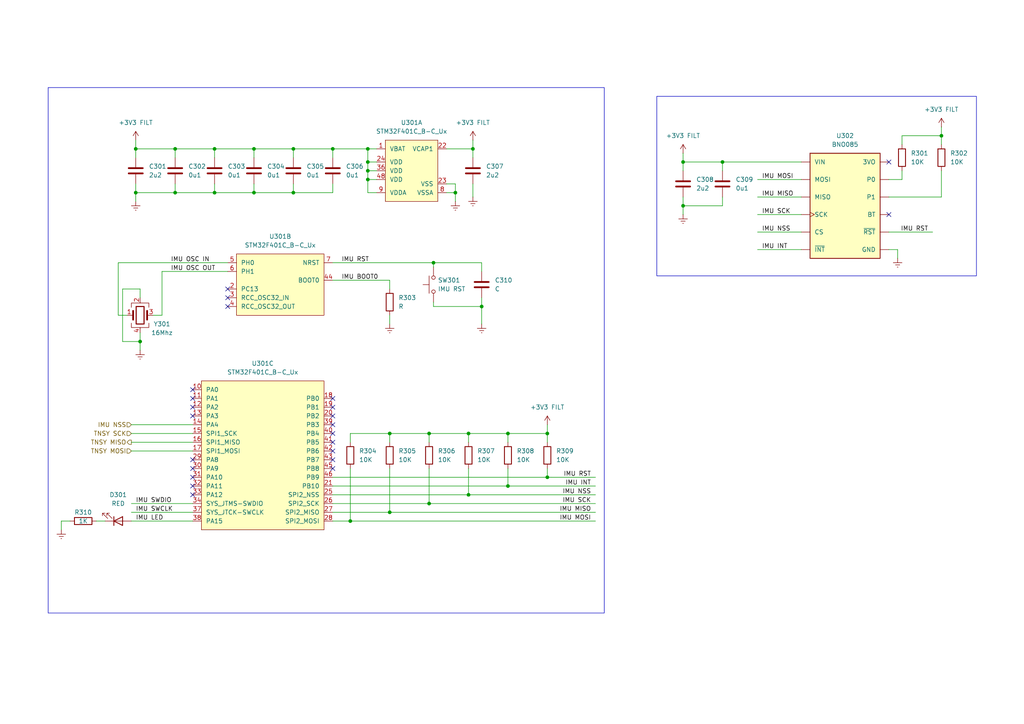
<source format=kicad_sch>
(kicad_sch (version 20231120) (generator "eeschema") (generator_version "8.0")
  (paper "A4")
  (lib_symbols
    (symbol "Device:C" (pin_numbers hide) (pin_names (offset 0.254))
      (property "Reference" "C" (at 0.635 2.54 0))
      (property "Value" "C" (at 0.635 -2.54 0))
      (symbol "C_0_1"
        (polyline (pts (xy -2.032 -0.762) (xy 2.032 -0.762)) (stroke (width 0.508)))
        (polyline (pts (xy -2.032 0.762) (xy 2.032 0.762)) (stroke (width 0.508)))
      )
      (symbol "C_1_1"
        (pin passive line (at 0 3.81 270) (length 2.794) (name "~") (number "1"))
        (pin passive line (at 0 -3.81 90) (length 2.794) (name "~") (number "2"))
      )
    )
    (symbol "Device:Crystal_GND24" (pin_names (offset 1.016) hide)
      (property "Reference" "Y" (at 3.175 5.08 0))
      (property "Value" "Crystal_GND24" (at 3.175 3.175 0))
      (symbol "Crystal_GND24_0_1"
        (rectangle (start -1.143 2.54) (end 1.143 -2.54) (stroke (width 0.3048)))
        (polyline (pts (xy -2.54 0) (xy -2.032 0)))
        (polyline (pts (xy -2.032 -1.27) (xy -2.032 1.27)) (stroke (width 0.508)))
        (polyline (pts (xy 0 -3.81) (xy 0 -3.556)))
        (polyline (pts (xy 0 3.556) (xy 0 3.81)))
        (polyline (pts (xy 2.032 -1.27) (xy 2.032 1.27)) (stroke (width 0.508)))
        (polyline (pts (xy 2.032 0) (xy 2.54 0)))
        (polyline (pts (xy -2.54 -2.286) (xy -2.54 -3.556) (xy 2.54 -3.556) (xy 2.54 -2.286)))
        (polyline (pts (xy -2.54 2.286) (xy -2.54 3.556) (xy 2.54 3.556) (xy 2.54 2.286)))
      )
      (symbol "Crystal_GND24_1_1"
        (pin passive line (at -3.81 0 0) (length 1.27) (name "1") (number "1"))
        (pin passive line (at 0 5.08 270) (length 1.27) (name "2") (number "2"))
        (pin passive line (at 3.81 0 180) (length 1.27) (name "3") (number "3"))
        (pin passive line (at 0 -5.08 90) (length 1.27) (name "4") (number "4"))
      )
    )
    (symbol "Device:LED" (pin_numbers hide) (pin_names (offset 1.016) hide)
      (property "Reference" "D" (at 0 2.54 0))
      (property "Value" "LED" (at 0 -2.54 0))
      (symbol "LED_0_1"
        (polyline (pts (xy -1.27 -1.27) (xy -1.27 1.27)) (stroke (width 0.254)))
        (polyline (pts (xy -1.27 0) (xy 1.27 0)))
        (polyline (pts (xy 1.27 -1.27) (xy 1.27 1.27) (xy -1.27 0) (xy 1.27 -1.27)) (stroke (width 0.254)))
        (polyline (pts (xy -3.048 -0.762) (xy -4.572 -2.286) (xy -3.81 -2.286) (xy -4.572 -2.286) (xy -4.572 -1.524)))
        (polyline (pts (xy -1.778 -0.762) (xy -3.302 -2.286) (xy -2.54 -2.286) (xy -3.302 -2.286) (xy -3.302 -1.524)))
      )
      (symbol "LED_1_1"
        (pin passive line (at -3.81 0 0) (length 2.54) (name "K") (number "1"))
        (pin passive line (at 3.81 0 180) (length 2.54) (name "A") (number "2"))
      )
    )
    (symbol "Device:R" (pin_numbers hide) (pin_names (offset 0))
      (property "Reference" "R" (at 2.032 0 90))
      (property "Value" "R" (at 0 0 90))
      (symbol "R_0_1"
        (rectangle (start -1.016 -2.54) (end 1.016 2.54) (stroke (width 0.254)))
      )
      (symbol "R_1_1"
        (pin passive line (at 0 3.81 270) (length 1.27) (name "~") (number "1"))
        (pin passive line (at 0 -3.81 90) (length 1.27) (name "~") (number "2"))
      )
    )
    (symbol "STM32F401C_B-C_Ux_1" (pin_names (offset 1.27))
      (property "Reference" "U" (at -7.874 2.794 0))
      (property "Value" "STM32F401C_B-C_Ux" (at -7.874 1.016 0))
      (symbol "STM32F401C_B-C_Ux_1_1_1"
        (rectangle (start -7.62 0) (end 7.62 -12.7) (fill (type background)))
        (pin power_in line (at -10.16 -2.54 0) (length 2.54) (name "VBAT") (number "1"))
        (pin power_out line (at 10.16 -2.54 180) (length 2.54) (name "VCAP1") (number "22"))
        (pin power_in line (at 10.16 -6.35 180) (length 2.54) (name "VSS") (number "23"))
        (pin power_in line (at -10.16 -6.35 0) (length 2.54) (name "VDD") (number "24"))
        (pin passive line (at 10.16 -6.35 180) (length 2.54) hide (name "VSS") (number "35"))
        (pin power_in line (at -10.16 -6.35 0) (length 2.54) hide (name "VDD") (number "36"))
        (pin passive line (at 10.16 -6.35 180) (length 2.54) hide (name "VSS") (number "47"))
        (pin power_in line (at -10.16 -6.35 0) (length 2.54) hide (name "VDD") (number "48"))
        (pin passive line (at 10.16 -6.35 180) (length 2.54) hide (name "VSS") (number "49"))
        (pin power_in line (at 10.16 -10.16 180) (length 2.54) (name "VERF-") (number "8") (alternate "VSSA" power_in line))
        (pin input line (at -10.16 -10.16 0) (length 2.54) (name "VREF+") (number "9") (alternate "VDDA" power_in line))
      )
      (symbol "STM32F401C_B-C_Ux_1_2_1"
        (rectangle (start -12.7 0) (end 12.7 -17.78) (fill (type background)))
        (pin bidirectional line (at -15.24 -10.16 0) (length 2.54) (name "PC13") (number "2"))
        (pin bidirectional line (at -15.24 -12.7 0) (length 2.54) (name "PC14") (number "3") (alternate "RCC_OSC32_IN" bidirectional line))
        (pin bidirectional line (at -15.24 -15.24 0) (length 2.54) (name "PC15") (number "4") (alternate "RCC_OSC32_OUT" bidirectional line))
        (pin input line (at 15.24 -7.62 180) (length 2.54) (name "BOOT0") (number "44"))
        (pin bidirectional line (at -15.24 -2.54 0) (length 2.54) (name "PH0") (number "5"))
        (pin bidirectional line (at -15.24 -5.08 0) (length 2.54) (name "PH1") (number "6"))
        (pin input line (at 15.24 -2.54 180) (length 2.54) (name "NRST") (number "7"))
      )
      (symbol "STM32F401C_B-C_Ux_1_3_1"
        (rectangle (start -17.78 0) (end 17.78 -43.18) (fill (type background)))
        (pin bidirectional line (at -20.32 -2.54 0) (length 2.54) (name "PA0") (number "10"))
        (pin bidirectional line (at -20.32 -5.08 0) (length 2.54) (name "PA1") (number "11"))
        (pin bidirectional line (at -20.32 -7.62 0) (length 2.54) (name "PA2") (number "12"))
        (pin bidirectional line (at -20.32 -10.16 0) (length 2.54) (name "PA3") (number "13"))
        (pin bidirectional line (at -20.32 -12.7 0) (length 2.54) (name "PA4") (number "14") (alternate "" input line) (alternate "" input line))
        (pin bidirectional line (at -20.32 -15.24 0) (length 2.54) (name "PA5") (number "15") (alternate "SPI1_SCK" bidirectional line))
        (pin bidirectional line (at -20.32 -17.78 0) (length 2.54) (name "PA6") (number "16") (alternate "SPI1_MISO" bidirectional line))
        (pin bidirectional line (at -20.32 -20.32 0) (length 2.54) (name "PA7") (number "17") (alternate "SPI1_MOSI" bidirectional line))
        (pin bidirectional line (at 20.32 -5.08 180) (length 2.54) (name "PB0") (number "18"))
        (pin bidirectional line (at 20.32 -7.62 180) (length 2.54) (name "PB1") (number "19"))
        (pin bidirectional line (at 20.32 -10.16 180) (length 2.54) (name "PB2") (number "20"))
        (pin bidirectional line (at 20.32 -30.48 180) (length 2.54) (name "PB10") (number "21") (alternate "SPI2_SCK" bidirectional line))
        (pin bidirectional line (at 20.32 -33.02 180) (length 2.54) (name "PB12") (number "25") (alternate "SPI2_NSS" bidirectional line))
        (pin bidirectional line (at 20.32 -35.56 180) (length 2.54) (name "PB13") (number "26") (alternate "SPI2_SCK" bidirectional line))
        (pin bidirectional line (at 20.32 -38.1 180) (length 2.54) (name "PB14") (number "27") (alternate "SPI2_MISO" bidirectional line))
        (pin bidirectional line (at 20.32 -40.64 180) (length 2.54) (name "PB15") (number "28") (alternate "SPI2_MOSI" bidirectional line))
        (pin bidirectional line (at -20.32 -22.86 0) (length 2.54) (name "PA8") (number "29"))
        (pin bidirectional line (at -20.32 -25.4 0) (length 2.54) (name "PA9") (number "30"))
        (pin bidirectional line (at -20.32 -27.94 0) (length 2.54) (name "PA10") (number "31"))
        (pin bidirectional line (at -20.32 -30.48 0) (length 2.54) (name "PA11") (number "32"))
        (pin bidirectional line (at -20.32 -33.02 0) (length 2.54) (name "PA12") (number "33"))
        (pin bidirectional line (at -20.32 -35.56 0) (length 2.54) (name "PA13") (number "34") (alternate "SYS_JTMS-SWDIO" bidirectional line))
        (pin bidirectional line (at -20.32 -38.1 0) (length 2.54) (name "PA14") (number "37") (alternate "SYS_JTCK-SWCLK" bidirectional line))
        (pin bidirectional line (at -20.32 -40.64 0) (length 2.54) (name "PA15") (number "38"))
        (pin bidirectional line (at 20.32 -12.7 180) (length 2.54) (name "PB3") (number "39") (alternate "SPI1_SCK" bidirectional line))
        (pin bidirectional line (at 20.32 -15.24 180) (length 2.54) (name "PB4") (number "40") (alternate "" input line) (alternate "" input line) (alternate "SPI1_MISO" bidirectional line))
        (pin bidirectional line (at 20.32 -17.78 180) (length 2.54) (name "PB5") (number "41") (alternate "" input line) (alternate "" input line) (alternate "SPI1_MOSI" bidirectional line))
        (pin bidirectional line (at 20.32 -20.32 180) (length 2.54) (name "PB6") (number "42"))
        (pin bidirectional line (at 20.32 -22.86 180) (length 2.54) (name "PB7") (number "43"))
        (pin bidirectional line (at 20.32 -25.4 180) (length 2.54) (name "PB8") (number "45"))
        (pin bidirectional line (at 20.32 -27.94 180) (length 2.54) (name "PB9") (number "46") (alternate "SPI2_NSS" bidirectional line))
      )
    )
    (symbol "STM32F401C_B-C_Ux_2" (pin_names (offset 1.27))
      (property "Reference" "U" (at -7.874 2.794 0))
      (property "Value" "STM32F401C_B-C_Ux" (at -7.874 1.016 0))
      (symbol "STM32F401C_B-C_Ux_2_1_1"
        (rectangle (start -7.62 0) (end 7.62 -17.78) (fill (type background)))
        (pin power_in line (at -10.16 -2.54 0) (length 2.54) (name "VBAT") (number "1"))
        (pin power_out line (at 10.16 -2.54 180) (length 2.54) (name "VCAP1") (number "22"))
        (pin power_in line (at 10.16 -12.7 180) (length 2.54) (name "VSS") (number "23"))
        (pin power_in line (at -10.16 -6.35 0) (length 2.54) (name "VDD") (number "24"))
        (pin passive line (at 10.16 -12.7 180) (length 2.54) hide (name "VSS") (number "35"))
        (pin power_in line (at -10.16 -8.89 0) (length 2.54) (name "VDD") (number "36"))
        (pin passive line (at 10.16 -12.7 180) (length 2.54) hide (name "VSS") (number "47"))
        (pin power_in line (at -10.16 -11.43 0) (length 2.54) (name "VDD") (number "48"))
        (pin passive line (at 10.16 -12.7 180) (length 2.54) hide (name "VSS") (number "49"))
        (pin power_in line (at 10.16 -15.24 180) (length 2.54) (name "VERF-") (number "8") (alternate "VSSA" power_in line))
        (pin input line (at -10.16 -15.24 0) (length 2.54) (name "VREF+") (number "9") (alternate "VDDA" power_in line))
      )
      (symbol "STM32F401C_B-C_Ux_2_2_1"
        (rectangle (start -12.7 0) (end 12.7 -17.78) (fill (type background)))
        (pin bidirectional line (at -15.24 -10.16 0) (length 2.54) (name "PC13") (number "2"))
        (pin bidirectional line (at -15.24 -12.7 0) (length 2.54) (name "PC14") (number "3") (alternate "RCC_OSC32_IN" bidirectional line))
        (pin bidirectional line (at -15.24 -15.24 0) (length 2.54) (name "PC15") (number "4") (alternate "RCC_OSC32_OUT" bidirectional line))
        (pin input line (at 15.24 -7.62 180) (length 2.54) (name "BOOT0") (number "44"))
        (pin bidirectional line (at -15.24 -2.54 0) (length 2.54) (name "PH0") (number "5"))
        (pin bidirectional line (at -15.24 -5.08 0) (length 2.54) (name "PH1") (number "6"))
        (pin input line (at 15.24 -2.54 180) (length 2.54) (name "NRST") (number "7"))
      )
      (symbol "STM32F401C_B-C_Ux_2_3_1"
        (rectangle (start -17.78 0) (end 17.78 -43.18) (fill (type background)))
        (pin bidirectional line (at -20.32 -2.54 0) (length 2.54) (name "PA0") (number "10"))
        (pin bidirectional line (at -20.32 -5.08 0) (length 2.54) (name "PA1") (number "11"))
        (pin bidirectional line (at -20.32 -7.62 0) (length 2.54) (name "PA2") (number "12"))
        (pin bidirectional line (at -20.32 -10.16 0) (length 2.54) (name "PA3") (number "13"))
        (pin bidirectional line (at -20.32 -12.7 0) (length 2.54) (name "PA4") (number "14"))
        (pin bidirectional line (at -20.32 -15.24 0) (length 2.54) (name "PA5") (number "15") (alternate "SPI1_SCK" bidirectional line))
        (pin bidirectional line (at -20.32 -17.78 0) (length 2.54) (name "PA6") (number "16") (alternate "SPI1_MISO" bidirectional line))
        (pin bidirectional line (at -20.32 -20.32 0) (length 2.54) (name "PA7") (number "17") (alternate "SPI1_MOSI" bidirectional line))
        (pin bidirectional line (at 20.32 -5.08 180) (length 2.54) (name "PB0") (number "18"))
        (pin bidirectional line (at 20.32 -7.62 180) (length 2.54) (name "PB1") (number "19"))
        (pin bidirectional line (at 20.32 -10.16 180) (length 2.54) (name "PB2") (number "20"))
        (pin bidirectional line (at 20.32 -30.48 180) (length 2.54) (name "PB10") (number "21") (alternate "SPI2_SCK" bidirectional line))
        (pin bidirectional line (at 20.32 -33.02 180) (length 2.54) (name "PB12") (number "25") (alternate "SPI2_NSS" bidirectional line))
        (pin bidirectional line (at 20.32 -35.56 180) (length 2.54) (name "PB13") (number "26") (alternate "SPI2_SCK" bidirectional line))
        (pin bidirectional line (at 20.32 -38.1 180) (length 2.54) (name "PB14") (number "27") (alternate "SPI2_MISO" bidirectional line))
        (pin bidirectional line (at 20.32 -40.64 180) (length 2.54) (name "PB15") (number "28") (alternate "SPI2_MOSI" bidirectional line))
        (pin bidirectional line (at -20.32 -22.86 0) (length 2.54) (name "PA8") (number "29"))
        (pin bidirectional line (at -20.32 -25.4 0) (length 2.54) (name "PA9") (number "30"))
        (pin bidirectional line (at -20.32 -27.94 0) (length 2.54) (name "PA10") (number "31"))
        (pin bidirectional line (at -20.32 -30.48 0) (length 2.54) (name "PA11") (number "32"))
        (pin bidirectional line (at -20.32 -33.02 0) (length 2.54) (name "PA12") (number "33"))
        (pin bidirectional line (at -20.32 -35.56 0) (length 2.54) (name "PA13") (number "34") (alternate "SYS_JTMS-SWDIO" bidirectional line))
        (pin bidirectional line (at -20.32 -38.1 0) (length 2.54) (name "PA14") (number "37") (alternate "SYS_JTCK-SWCLK" bidirectional line))
        (pin bidirectional line (at -20.32 -40.64 0) (length 2.54) (name "PA15") (number "38"))
        (pin bidirectional line (at 20.32 -12.7 180) (length 2.54) (name "PB3") (number "39") (alternate "SPI1_SCK" bidirectional line))
        (pin bidirectional line (at 20.32 -15.24 180) (length 2.54) (name "PB4") (number "40") (alternate "SPI1_MISO" bidirectional line))
        (pin bidirectional line (at 20.32 -17.78 180) (length 2.54) (name "PB5") (number "41") (alternate "SPI1_MOSI" bidirectional line))
        (pin bidirectional line (at 20.32 -20.32 180) (length 2.54) (name "PB6") (number "42"))
        (pin bidirectional line (at 20.32 -22.86 180) (length 2.54) (name "PB7") (number "43"))
        (pin bidirectional line (at 20.32 -25.4 180) (length 2.54) (name "PB8") (number "45"))
        (pin bidirectional line (at 20.32 -27.94 180) (length 2.54) (name "PB9") (number "46") (alternate "SPI2_NSS" bidirectional line))
      )
    )
    (symbol "Switch:SW_Push" (pin_numbers hide) (pin_names (offset 1.016) hide)
      (property "Reference" "SW" (at 1.27 2.54 0))
      (property "Value" "SW_Push" (at 0 -1.524 0))
      (symbol "SW_Push_0_1"
        (circle (center -2.032 0) (radius 0.508))
        (polyline (pts (xy 0 1.27) (xy 0 3.048)))
        (polyline (pts (xy 2.54 1.27) (xy -2.54 1.27)))
        (circle (center 2.032 0) (radius 0.508))
        (pin passive line (at -5.08 0 0) (length 2.54) (name "1") (number "1"))
        (pin passive line (at 5.08 0 180) (length 2.54) (name "2") (number "2"))
      )
    )
    (symbol "power:+3V3" (power) (pin_numbers hide) (pin_names (offset 0) hide)
      (property "Value" "+3V3" (at 0 3.556 0))
      (symbol "+3V3_0_1"
        (polyline (pts (xy -0.762 1.27) (xy 0 2.54)))
        (polyline (pts (xy 0 0) (xy 0 2.54)))
        (polyline (pts (xy 0 2.54) (xy 0.762 1.27)))
      )
      (symbol "+3V3_1_1"
        (pin power_in line (at 0 0 90) (length 0) (name "~") (number "1"))
      )
    )
    (symbol "power:GNDREF" (power) (pin_numbers hide) (pin_names (offset 0) hide)
      (property "Value" "GNDREF" (at 0 -3.81 0))
      (symbol "GNDREF_0_1"
        (polyline (pts (xy -0.635 -1.905) (xy 0.635 -1.905)))
        (polyline (pts (xy -0.127 -2.54) (xy 0.127 -2.54)))
        (polyline (pts (xy 0 -1.27) (xy 0 0)))
        (polyline (pts (xy 1.27 -1.27) (xy -1.27 -1.27)))
      )
      (symbol "GNDREF_1_1"
        (pin power_in line (at 0 0 270) (length 0) (name "~") (number "1"))
      )
    )
    (symbol "vincent:BNO085 " (pin_numbers hide) (pin_names (offset 1.27))
      (property "Reference" "U" (at -10.16 16.002 0))
      (property "Value" "BNO085" (at -10.16 -17.78 0))
      (symbol "BNO085 _0_0"
        (rectangle (start -10.16 15.24) (end 10.16 -15.24) (stroke (width 0.254)) (fill (type background)))
      )
      (symbol "BNO085 _1_0"
        (pin input line (at -12.7 12.7 0) (length 2.54) (name "VIN") (number "JP1_1"))
        (pin output line (at 12.7 12.7 180) (length 2.54) (name "3VO") (number "JP1_2"))
        (pin power_in line (at 12.7 -12.7 180) (length 2.54) (name "GND") (number "JP1_3"))
        (pin bidirectional clock (at -12.7 -2.54 0) (length 2.54) (name "SCL") (number "JP1_4") (alternate "SCK" bidirectional clock))
        (pin bidirectional line (at -12.7 2.54 0) (length 2.54) (name "SDA") (number "JP1_5") (alternate "MISO" bidirectional line))
        (pin output line (at -12.7 -12.7 0) (length 2.54) (name "~{INT}") (number "JP1_6"))
        (pin input line (at 12.7 -2.54 180) (length 2.54) (name "BT") (number "JP2_1"))
        (pin bidirectional line (at 12.7 7.62 180) (length 2.54) (name "P0") (number "JP2_2"))
        (pin bidirectional line (at 12.7 2.54 180) (length 2.54) (name "P1") (number "JP2_3"))
        (pin input line (at 12.7 -7.62 180) (length 2.54) (name "~{RST}") (number "JP2_4"))
        (pin input line (at -12.7 7.62 0) (length 2.54) (name "MOSI") (number "JP2_5"))
        (pin input line (at -12.7 -7.62 0) (length 2.54) (name "CS") (number "JP2_6"))
      )
    )
    (symbol "vincent:STM32F401C_B-C_Ux" (pin_names (offset 1.27))
      (property "Reference" "U" (at -7.874 2.794 0))
      (property "Value" "STM32F401C_B-C_Ux" (at -7.874 1.016 0))
      (symbol "STM32F401C_B-C_Ux_1_1"
        (rectangle (start -7.62 0) (end 7.62 -12.7) (fill (type background)))
        (pin power_in line (at -10.16 -2.54 0) (length 2.54) (name "VBAT") (number "1"))
        (pin power_out line (at 10.16 -2.54 180) (length 2.54) (name "VCAP1") (number "22"))
        (pin power_in line (at 10.16 -6.35 180) (length 2.54) (name "VSS") (number "23"))
        (pin power_in line (at -10.16 -6.35 0) (length 2.54) (name "VDD") (number "24"))
        (pin passive line (at 10.16 -6.35 180) (length 2.54) hide (name "VSS") (number "35"))
        (pin power_in line (at -10.16 -6.35 0) (length 2.54) hide (name "VDD") (number "36"))
        (pin passive line (at 10.16 -6.35 180) (length 2.54) hide (name "VSS") (number "47"))
        (pin power_in line (at -10.16 -6.35 0) (length 2.54) hide (name "VDD") (number "48"))
        (pin passive line (at 10.16 -6.35 180) (length 2.54) hide (name "VSS") (number "49"))
        (pin power_in line (at 10.16 -10.16 180) (length 2.54) (name "VERF-") (number "8") (alternate "VSSA" power_in line))
        (pin input line (at -10.16 -10.16 0) (length 2.54) (name "VREF+") (number "9") (alternate "VDDA" power_in line))
      )
      (symbol "STM32F401C_B-C_Ux_2_1"
        (rectangle (start -12.7 0) (end 12.7 -17.78) (fill (type background)))
        (pin bidirectional line (at -15.24 -10.16 0) (length 2.54) (name "PC13") (number "2"))
        (pin bidirectional line (at -15.24 -12.7 0) (length 2.54) (name "PC14") (number "3") (alternate "RCC_OSC32_IN" bidirectional line))
        (pin bidirectional line (at -15.24 -15.24 0) (length 2.54) (name "PC15") (number "4") (alternate "RCC_OSC32_OUT" bidirectional line))
        (pin input line (at 15.24 -7.62 180) (length 2.54) (name "BOOT0") (number "44"))
        (pin bidirectional line (at -15.24 -2.54 0) (length 2.54) (name "PH0") (number "5"))
        (pin bidirectional line (at -15.24 -5.08 0) (length 2.54) (name "PH1") (number "6"))
        (pin input line (at 15.24 -2.54 180) (length 2.54) (name "NRST") (number "7"))
      )
      (symbol "STM32F401C_B-C_Ux_3_1"
        (rectangle (start -17.78 0) (end 17.78 -43.18) (fill (type background)))
        (pin bidirectional line (at -20.32 -2.54 0) (length 2.54) (name "PA0") (number "10"))
        (pin bidirectional line (at -20.32 -5.08 0) (length 2.54) (name "PA1") (number "11"))
        (pin bidirectional line (at -20.32 -7.62 0) (length 2.54) (name "PA2") (number "12"))
        (pin bidirectional line (at -20.32 -10.16 0) (length 2.54) (name "PA3") (number "13"))
        (pin bidirectional line (at -20.32 -12.7 0) (length 2.54) (name "PA4") (number "14"))
        (pin bidirectional line (at -20.32 -15.24 0) (length 2.54) (name "PA5") (number "15") (alternate "SPI1_SCK" bidirectional line))
        (pin bidirectional line (at -20.32 -17.78 0) (length 2.54) (name "PA6") (number "16") (alternate "SPI1_MISO" bidirectional line))
        (pin bidirectional line (at -20.32 -20.32 0) (length 2.54) (name "PA7") (number "17") (alternate "SPI1_MOSI" bidirectional line))
        (pin bidirectional line (at 20.32 -5.08 180) (length 2.54) (name "PB0") (number "18"))
        (pin bidirectional line (at 20.32 -7.62 180) (length 2.54) (name "PB1") (number "19"))
        (pin bidirectional line (at 20.32 -10.16 180) (length 2.54) (name "PB2") (number "20"))
        (pin bidirectional line (at 20.32 -30.48 180) (length 2.54) (name "PB10") (number "21") (alternate "SPI2_SCK" bidirectional line))
        (pin bidirectional line (at 20.32 -33.02 180) (length 2.54) (name "PB12") (number "25") (alternate "SPI2_NSS" bidirectional line))
        (pin bidirectional line (at 20.32 -35.56 180) (length 2.54) (name "PB13") (number "26") (alternate "SPI2_SCK" bidirectional line))
        (pin bidirectional line (at 20.32 -38.1 180) (length 2.54) (name "PB14") (number "27") (alternate "SPI2_MISO" bidirectional line))
        (pin bidirectional line (at 20.32 -40.64 180) (length 2.54) (name "PB15") (number "28") (alternate "SPI2_MOSI" bidirectional line))
        (pin bidirectional line (at -20.32 -22.86 0) (length 2.54) (name "PA8") (number "29"))
        (pin bidirectional line (at -20.32 -25.4 0) (length 2.54) (name "PA9") (number "30"))
        (pin bidirectional line (at -20.32 -27.94 0) (length 2.54) (name "PA10") (number "31"))
        (pin bidirectional line (at -20.32 -30.48 0) (length 2.54) (name "PA11") (number "32"))
        (pin bidirectional line (at -20.32 -33.02 0) (length 2.54) (name "PA12") (number "33"))
        (pin bidirectional line (at -20.32 -35.56 0) (length 2.54) (name "PA13") (number "34") (alternate "SYS_JTMS-SWDIO" bidirectional line))
        (pin bidirectional line (at -20.32 -38.1 0) (length 2.54) (name "PA14") (number "37") (alternate "SYS_JTCK-SWCLK" bidirectional line))
        (pin bidirectional line (at -20.32 -40.64 0) (length 2.54) (name "PA15") (number "38"))
        (pin bidirectional line (at 20.32 -12.7 180) (length 2.54) (name "PB3") (number "39") (alternate "SPI1_SCK" bidirectional line))
        (pin bidirectional line (at 20.32 -15.24 180) (length 2.54) (name "PB4") (number "40") (alternate "SPI1_MISO" bidirectional line))
        (pin bidirectional line (at 20.32 -17.78 180) (length 2.54) (name "PB5") (number "41") (alternate "SPI1_MOSI" bidirectional line))
        (pin bidirectional line (at 20.32 -20.32 180) (length 2.54) (name "PB6") (number "42"))
        (pin bidirectional line (at 20.32 -22.86 180) (length 2.54) (name "PB7") (number "43"))
        (pin bidirectional line (at 20.32 -25.4 180) (length 2.54) (name "PB8") (number "45"))
        (pin bidirectional line (at 20.32 -27.94 180) (length 2.54) (name "PB9") (number "46") (alternate "SPI2_NSS" bidirectional line))
      )
    )
  )
  (junction (at 135.89 143.51))
  (junction (at 50.8 43.18))
  (junction (at 139.7 88.9))
  (junction (at 85.09 43.18))
  (junction (at 113.03 148.59))
  (junction (at 125.73 76.2))
  (junction (at 209.55 46.99))
  (junction (at 147.32 140.97))
  (junction (at 106.68 52.07))
  (junction (at 137.16 43.18))
  (junction (at 62.23 55.88))
  (junction (at 198.12 46.99))
  (junction (at 62.23 43.18))
  (junction (at 50.8 55.88))
  (junction (at 132.08 55.88))
  (junction (at 135.89 125.73))
  (junction (at 106.68 46.99))
  (junction (at 124.46 146.05))
  (junction (at 85.09 55.88))
  (junction (at 273.05 39.37))
  (junction (at 147.32 125.73))
  (junction (at 39.37 55.88))
  (junction (at 96.52 43.18))
  (junction (at 101.6 151.13))
  (junction (at 106.68 49.53))
  (junction (at 124.46 125.73))
  (junction (at 39.37 43.18))
  (junction (at 158.75 125.73))
  (junction (at 40.64 99.06))
  (junction (at 106.68 43.18))
  (junction (at 73.66 55.88))
  (junction (at 73.66 43.18))
  (junction (at 113.03 125.73))
  (junction (at 198.12 59.69))
  (junction (at 158.75 138.43))
  (no_connect (at 66.04 88.9))
  (no_connect (at 96.52 135.89))
  (no_connect (at 96.52 130.81))
  (no_connect (at 96.52 128.27))
  (no_connect (at 55.88 143.51))
  (no_connect (at 96.52 120.65))
  (no_connect (at 55.88 118.11))
  (no_connect (at 96.52 118.11))
  (no_connect (at 55.88 140.97))
  (no_connect (at 96.52 125.73))
  (no_connect (at 96.52 115.57))
  (no_connect (at 55.88 120.65))
  (no_connect (at 55.88 138.43))
  (no_connect (at 66.04 86.36))
  (no_connect (at 96.52 123.19))
  (no_connect (at 257.81 62.23))
  (no_connect (at 55.88 115.57))
  (no_connect (at 66.04 83.82))
  (no_connect (at 55.88 135.89))
  (no_connect (at 96.52 133.35))
  (no_connect (at 55.88 133.35))
  (no_connect (at 55.88 113.03))
  (no_connect (at 257.81 46.99))
  (wire (pts (xy 40.64 99.06) (xy 40.64 101.6)))
  (wire (pts (xy 113.03 135.89) (xy 113.03 148.59)))
  (wire (pts (xy 44.45 91.44) (xy 46.99 91.44)))
  (wire (pts (xy 113.03 125.73) (xy 113.03 128.27)))
  (wire (pts (xy 39.37 43.18) (xy 50.8 43.18)))
  (wire (pts (xy 129.54 55.88) (xy 132.08 55.88)))
  (wire (pts (xy 113.03 81.28) (xy 113.03 83.82)))
  (wire (pts (xy 96.52 146.05) (xy 124.46 146.05)))
  (wire (pts (xy 273.05 39.37) (xy 273.05 41.91)))
  (wire (pts (xy 273.05 49.53) (xy 273.05 57.15)))
  (wire (pts (xy 46.99 78.74) (xy 46.99 91.44)))
  (wire (pts (xy 62.23 43.18) (xy 62.23 45.72)))
  (wire (pts (xy 39.37 55.88) (xy 50.8 55.88)))
  (wire (pts (xy 125.73 88.9) (xy 139.7 88.9)))
  (wire (pts (xy 209.55 46.99) (xy 232.41 46.99)))
  (wire (pts (xy 137.16 43.18) (xy 137.16 45.72)))
  (wire (pts (xy 147.32 140.97) (xy 172.72 140.97)))
  (wire (pts (xy 158.75 135.89) (xy 158.75 138.43)))
  (wire (pts (xy 39.37 40.64) (xy 39.37 43.18)))
  (wire (pts (xy 96.52 81.28) (xy 113.03 81.28)))
  (wire (pts (xy 158.75 123.19) (xy 158.75 125.73)))
  (wire (pts (xy 36.83 91.44) (xy 34.29 91.44)))
  (wire (pts (xy 38.1 130.81) (xy 55.88 130.81)))
  (wire (pts (xy 73.66 53.34) (xy 73.66 55.88)))
  (wire (pts (xy 106.68 43.18) (xy 106.68 46.99)))
  (wire (pts (xy 147.32 125.73) (xy 158.75 125.73)))
  (wire (pts (xy 101.6 125.73) (xy 113.03 125.73)))
  (wire (pts (xy 96.52 43.18) (xy 96.52 45.72)))
  (wire (pts (xy 219.71 52.07) (xy 232.41 52.07)))
  (wire (pts (xy 101.6 128.27) (xy 101.6 125.73)))
  (wire (pts (xy 35.56 83.82) (xy 35.56 99.06)))
  (wire (pts (xy 261.62 49.53) (xy 261.62 52.07)))
  (wire (pts (xy 209.55 46.99) (xy 198.12 46.99)))
  (wire (pts (xy 198.12 44.45) (xy 198.12 46.99)))
  (wire (pts (xy 39.37 53.34) (xy 39.37 55.88)))
  (wire (pts (xy 135.89 143.51) (xy 172.72 143.51)))
  (wire (pts (xy 96.52 53.34) (xy 96.52 55.88)))
  (wire (pts (xy 50.8 55.88) (xy 62.23 55.88)))
  (wire (pts (xy 35.56 99.06) (xy 40.64 99.06)))
  (wire (pts (xy 257.81 57.15) (xy 273.05 57.15)))
  (wire (pts (xy 109.22 43.18) (xy 106.68 43.18)))
  (wire (pts (xy 260.35 72.39) (xy 260.35 74.93)))
  (wire (pts (xy 113.03 125.73) (xy 124.46 125.73)))
  (wire (pts (xy 139.7 76.2) (xy 139.7 78.74)))
  (wire (pts (xy 96.52 148.59) (xy 113.03 148.59)))
  (wire (pts (xy 17.78 151.13) (xy 17.78 153.67)))
  (wire (pts (xy 139.7 88.9) (xy 139.7 93.98)))
  (wire (pts (xy 73.66 43.18) (xy 73.66 45.72)))
  (wire (pts (xy 125.73 76.2) (xy 139.7 76.2)))
  (wire (pts (xy 38.1 128.27) (xy 55.88 128.27)))
  (wire (pts (xy 124.46 125.73) (xy 124.46 128.27)))
  (wire (pts (xy 132.08 53.34) (xy 132.08 55.88)))
  (wire (pts (xy 124.46 135.89) (xy 124.46 146.05)))
  (wire (pts (xy 38.1 123.19) (xy 55.88 123.19)))
  (wire (pts (xy 135.89 135.89) (xy 135.89 143.51)))
  (wire (pts (xy 147.32 125.73) (xy 147.32 128.27)))
  (wire (pts (xy 257.81 52.07) (xy 261.62 52.07)))
  (wire (pts (xy 198.12 59.69) (xy 209.55 59.69)))
  (wire (pts (xy 124.46 146.05) (xy 172.72 146.05)))
  (wire (pts (xy 273.05 36.83) (xy 273.05 39.37)))
  (wire (pts (xy 50.8 53.34) (xy 50.8 55.88)))
  (wire (pts (xy 39.37 43.18) (xy 39.37 45.72)))
  (wire (pts (xy 38.1 125.73) (xy 55.88 125.73)))
  (wire (pts (xy 113.03 91.44) (xy 113.03 93.98)))
  (wire (pts (xy 62.23 43.18) (xy 73.66 43.18)))
  (wire (pts (xy 137.16 40.64) (xy 137.16 43.18)))
  (wire (pts (xy 106.68 55.88) (xy 109.22 55.88)))
  (wire (pts (xy 85.09 55.88) (xy 96.52 55.88)))
  (wire (pts (xy 261.62 39.37) (xy 273.05 39.37)))
  (wire (pts (xy 85.09 53.34) (xy 85.09 55.88)))
  (wire (pts (xy 147.32 135.89) (xy 147.32 140.97)))
  (wire (pts (xy 96.52 143.51) (xy 135.89 143.51)))
  (wire (pts (xy 40.64 96.52) (xy 40.64 99.06)))
  (wire (pts (xy 129.54 43.18) (xy 137.16 43.18)))
  (wire (pts (xy 219.71 67.31) (xy 232.41 67.31)))
  (wire (pts (xy 85.09 43.18) (xy 96.52 43.18)))
  (wire (pts (xy 96.52 140.97) (xy 147.32 140.97)))
  (wire (pts (xy 198.12 57.15) (xy 198.12 59.69)))
  (wire (pts (xy 135.89 125.73) (xy 147.32 125.73)))
  (wire (pts (xy 113.03 148.59) (xy 172.72 148.59)))
  (wire (pts (xy 40.64 86.36) (xy 40.64 83.82)))
  (wire (pts (xy 219.71 72.39) (xy 232.41 72.39)))
  (wire (pts (xy 40.64 83.82) (xy 35.56 83.82)))
  (wire (pts (xy 106.68 49.53) (xy 106.68 52.07)))
  (wire (pts (xy 158.75 125.73) (xy 158.75 128.27)))
  (wire (pts (xy 62.23 55.88) (xy 73.66 55.88)))
  (wire (pts (xy 198.12 59.69) (xy 198.12 62.23)))
  (wire (pts (xy 85.09 43.18) (xy 85.09 45.72)))
  (wire (pts (xy 132.08 55.88) (xy 132.08 58.42)))
  (wire (pts (xy 125.73 87.63) (xy 125.73 88.9)))
  (wire (pts (xy 39.37 55.88) (xy 39.37 58.42)))
  (wire (pts (xy 209.55 57.15) (xy 209.55 59.69)))
  (wire (pts (xy 106.68 49.53) (xy 109.22 49.53)))
  (wire (pts (xy 106.68 52.07) (xy 106.68 55.88)))
  (wire (pts (xy 50.8 43.18) (xy 50.8 45.72)))
  (wire (pts (xy 50.8 43.18) (xy 62.23 43.18)))
  (wire (pts (xy 96.52 151.13) (xy 101.6 151.13)))
  (wire (pts (xy 96.52 76.2) (xy 125.73 76.2)))
  (wire (pts (xy 106.68 46.99) (xy 109.22 46.99)))
  (wire (pts (xy 137.16 53.34) (xy 137.16 57.15)))
  (wire (pts (xy 73.66 55.88) (xy 85.09 55.88)))
  (wire (pts (xy 66.04 78.74) (xy 46.99 78.74)))
  (wire (pts (xy 96.52 138.43) (xy 158.75 138.43)))
  (wire (pts (xy 124.46 125.73) (xy 135.89 125.73)))
  (wire (pts (xy 139.7 86.36) (xy 139.7 88.9)))
  (wire (pts (xy 20.32 151.13) (xy 17.78 151.13)))
  (wire (pts (xy 34.29 76.2) (xy 66.04 76.2)))
  (wire (pts (xy 38.1 146.05) (xy 55.88 146.05)))
  (wire (pts (xy 38.1 148.59) (xy 55.88 148.59)))
  (wire (pts (xy 125.73 76.2) (xy 125.73 77.47)))
  (wire (pts (xy 73.66 43.18) (xy 85.09 43.18)))
  (wire (pts (xy 34.29 76.2) (xy 34.29 91.44)))
  (wire (pts (xy 106.68 52.07) (xy 109.22 52.07)))
  (wire (pts (xy 101.6 151.13) (xy 172.72 151.13)))
  (wire (pts (xy 219.71 62.23) (xy 232.41 62.23)))
  (wire (pts (xy 219.71 57.15) (xy 232.41 57.15)))
  (wire (pts (xy 209.55 46.99) (xy 209.55 49.53)))
  (wire (pts (xy 106.68 46.99) (xy 106.68 49.53)))
  (wire (pts (xy 30.48 151.13) (xy 27.94 151.13)))
  (wire (pts (xy 129.54 53.34) (xy 132.08 53.34)))
  (wire (pts (xy 158.75 138.43) (xy 172.72 138.43)))
  (wire (pts (xy 101.6 135.89) (xy 101.6 151.13)))
  (wire (pts (xy 261.62 39.37) (xy 261.62 41.91)))
  (wire (pts (xy 135.89 125.73) (xy 135.89 128.27)))
  (wire (pts (xy 96.52 43.18) (xy 106.68 43.18)))
  (wire (pts (xy 38.1 151.13) (xy 55.88 151.13)))
  (wire (pts (xy 62.23 53.34) (xy 62.23 55.88)))
  (wire (pts (xy 198.12 46.99) (xy 198.12 49.53)))
  (wire (pts (xy 257.81 67.31) (xy 270.51 67.31)))
  (wire (pts (xy 257.81 72.39) (xy 260.35 72.39)))
  (rectangle (start 190.5 27.94) (end 283.21 80.01))
  (rectangle (start 13.97 25.4) (end 175.26 177.8))
  (label "IMU RST" (at 171.45 138.43 180))
  (label "IMU MISO" (at 220.98 57.15 0))
  (label "IMU OSC OUT" (at 49.53 78.74 0))
  (label "IMU INT" (at 220.98 72.39 0))
  (label "IMU BOOT0" (at 99.06 81.28 0))
  (label "IMU SCK" (at 171.45 146.05 180))
  (label "IMU OSC IN" (at 49.53 76.2 0))
  (label "IMU SCK" (at 220.98 62.23 0))
  (label "IMU NSS" (at 171.45 143.51 180))
  (label "IMU NSS" (at 220.98 67.31 0))
  (label "IMU SWDIO" (at 39.37 146.05 0))
  (label "IMU MISO" (at 171.45 148.59 180))
  (label "IMU MOSI" (at 220.98 52.07 0))
  (label "IMU RST" (at 99.06 76.2 0))
  (label "IMU RST" (at 269.24 67.31 180))
  (label "IMU SWCLK" (at 39.37 148.59 0))
  (label "IMU MOSI" (at 171.45 151.13 180))
  (label "IMU INT" (at 171.45 140.97 180))
  (label "IMU LED" (at 39.37 151.13 0))
  (hierarchical_label "TNSY MOSI" (shape input) (at 38.1 130.81 180))
  (hierarchical_label "TNSY SCK" (shape input) (at 38.1 125.73 180))
  (hierarchical_label "TNSY MISO" (shape output) (at 38.1 128.27 180))
  (hierarchical_label "IMU NSS" (shape input) (at 38.1 123.19 180))
  (symbol (lib_id "Device:C") (at 137.16 49.53 0) (unit 1)
    (property "Reference" "C307" (at 140.97 48.2599 0) (effects (justify left)))
    (property "Value" "2u2" (at 140.97 50.7999 0) (effects (justify left)))
    (property "Footprint" "Library:cap0603" (effects (hide yes)))
    (property "Description" "Unpolarized capacitor" (effects (hide yes)))
  )
  (symbol (lib_id "power:GNDREF") (at 40.64 101.6 0) (unit 1)
    (property "Reference" "#PWR0312" (effects (hide yes)))
    (property "Value" "GNDREF" (effects (hide yes)))
    (property "Description" "Power symbol creates a global label with name \"GNDREF\" , reference supply ground" (effects (hide yes)))
  )
  (symbol (lib_id "vincent:STM32F401C_B-C_Ux") (at 81.28 73.66 0) (unit 2)
    (property "Reference" "U301" (at 81.28 68.58 0))
    (property "Value" "STM32F401C_B-C_Ux" (at 81.28 71.12 0))
    (property "Footprint" "Package_DFN_QFN:QFN-48-1EP_7x7mm_P0.5mm_EP5.6x5.6mm" (effects (hide yes)))
    (property "Datasheet" "https://www.st.com/resource/en/datasheet/stm32f401cb.pdf" (effects (hide yes)))
    (property "Description" "STMicroelectronics Arm Cortex-M4 MCU, 128-256KB flash, 64KB RAM, 84 MHz, 1.7-3.6V, 36 GPIO, UFQFPN48" (effects (hide yes)))
    (pin "3" (alternate "RCC_OSC32_IN"))
    (pin "4" (alternate "RCC_OSC32_OUT"))
  )
  (symbol (lib_id "power:+3V3") (at 137.16 40.64 0) (unit 1)
    (property "Reference" "#PWR0303" (effects (hide yes)))
    (property "Value" "+3V3 FILT" (at 137.16 35.56 0))
    (property "Description" "Power symbol creates a global label with name \"+3V3\"" (effects (hide yes)))
  )
  (symbol (lib_id "power:GNDREF") (at 137.16 57.15 0) (unit 1)
    (property "Reference" "#PWR0305" (effects (hide yes)))
    (property "Value" "GNDREF" (effects (hide yes)))
    (property "Description" "Power symbol creates a global label with name \"GNDREF\" , reference supply ground" (effects (hide yes)))
  )
  (symbol (lib_id "Switch:SW_Push") (at 125.73 82.55 90) (unit 1)
    (property "Reference" "SW301" (at 127 81.2799 90) (effects (justify right)))
    (property "Value" "IMU RST" (at 127 83.8199 90) (effects (justify right)))
    (property "Footprint" "Button_Switch_THT:SW_PUSH_6mm" (effects (hide yes)))
    (property "Description" "Push button switch, generic, two pins" (effects (hide yes)))
  )
  (symbol (lib_id "Device:C") (at 139.7 82.55 0) (unit 1)
    (property "Reference" "C310" (at 143.51 81.2799 0) (effects (justify left)))
    (property "Value" "C" (at 143.51 83.8199 0) (effects (justify left)))
    (property "Footprint" "Library:cap0603" (effects (hide yes)))
    (property "Description" "Unpolarized capacitor" (effects (hide yes)))
  )
  (symbol (lib_id "power:GNDREF") (at 113.03 93.98 0) (unit 1)
    (property "Reference" "#PWR0310" (effects (hide yes)))
    (property "Value" "GNDREF" (effects (hide yes)))
    (property "Description" "Power symbol creates a global label with name \"GNDREF\" , reference supply ground" (effects (hide yes)))
  )
  (symbol (lib_id "power:GNDREF") (at 39.37 58.42 0) (unit 1)
    (property "Reference" "#PWR0306" (effects (hide yes)))
    (property "Value" "GNDREF" (effects (hide yes)))
    (property "Description" "Power symbol creates a global label with name \"GNDREF\" , reference supply ground" (effects (hide yes)))
  )
  (symbol (lib_id "Device:C") (at 85.09 49.53 0) (unit 1)
    (property "Reference" "C305" (at 88.9 48.2599 0) (effects (justify left)))
    (property "Value" "0u1" (at 88.9 50.7999 0) (effects (justify left)))
    (property "Footprint" "Library:cap0603" (effects (hide yes)))
    (property "Description" "Unpolarized capacitor" (effects (hide yes)))
  )
  (symbol (lib_name "STM32F401C_B-C_Ux_2") (lib_id "vincent:STM32F401C_B-C_Ux") (at 119.38 40.64 0) (unit 1)
    (property "Reference" "U301" (at 119.38 35.56 0))
    (property "Value" "STM32F401C_B-C_Ux" (at 119.38 38.1 0))
    (property "Footprint" "Package_DFN_QFN:QFN-48-1EP_7x7mm_P0.5mm_EP5.6x5.6mm" (effects (hide yes)))
    (property "Datasheet" "https://www.st.com/resource/en/datasheet/stm32f401cb.pdf" (effects (hide yes)))
    (property "Description" "STMicroelectronics Arm Cortex-M4 MCU, 128-256KB flash, 64KB RAM, 84 MHz, 1.7-3.6V, 36 GPIO, UFQFPN48" (effects (hide yes)))
    (pin "8" (alternate "VSSA"))
    (pin "9" (alternate "VDDA"))
  )
  (symbol (lib_id "Device:R") (at 273.05 45.72 0) (unit 1)
    (property "Reference" "R302" (at 275.59 44.4499 0) (effects (justify left)))
    (property "Value" "10K" (at 275.59 46.9899 0) (effects (justify left)))
    (property "Footprint" "Library:res0603" (effects (hide yes)))
    (property "Description" "Resistor" (effects (hide yes)))
  )
  (symbol (lib_id "Device:C") (at 96.52 49.53 0) (unit 1)
    (property "Reference" "C306" (at 100.33 48.2599 0) (effects (justify left)))
    (property "Value" "0u1" (at 100.33 50.7999 0) (effects (justify left)))
    (property "Footprint" "Library:cap0603" (effects (hide yes)))
    (property "Description" "Unpolarized capacitor" (effects (hide yes)))
  )
  (symbol (lib_id "power:GNDREF") (at 17.78 153.67 0) (mirror y) (unit 1)
    (property "Reference" "#PWR0314" (effects (hide yes)))
    (property "Value" "GNDREF" (effects (hide yes)))
    (property "Description" "Power symbol creates a global label with name \"GNDREF\" , reference supply ground" (effects (hide yes)))
  )
  (symbol (lib_id "power:GNDREF") (at 132.08 58.42 0) (unit 1)
    (property "Reference" "#PWR0307" (effects (hide yes)))
    (property "Value" "GNDREF" (effects (hide yes)))
    (property "Description" "Power symbol creates a global label with name \"GNDREF\" , reference supply ground" (effects (hide yes)))
  )
  (symbol (lib_id "Device:C") (at 62.23 49.53 0) (unit 1)
    (property "Reference" "C303" (at 66.04 48.2599 0) (effects (justify left)))
    (property "Value" "0u1" (at 66.04 50.7999 0) (effects (justify left)))
    (property "Footprint" "Library:cap0603" (effects (hide yes)))
    (property "Description" "Unpolarized capacitor" (effects (hide yes)))
  )
  (symbol (lib_id "power:GNDREF") (at 198.12 62.23 0) (unit 1)
    (property "Reference" "#PWR0308" (effects (hide yes)))
    (property "Value" "GNDREF" (effects (hide yes)))
    (property "Description" "Power symbol creates a global label with name \"GNDREF\" , reference supply ground" (effects (hide yes)))
  )
  (symbol (lib_id "Device:R") (at 101.6 132.08 0) (unit 1)
    (property "Reference" "R304" (at 104.14 130.8099 0) (effects (justify left)))
    (property "Value" "10K" (at 104.14 133.3499 0) (effects (justify left)))
    (property "Footprint" "Library:res0603" (effects (hide yes)))
    (property "Description" "Resistor" (effects (hide yes)))
  )
  (symbol (lib_id "Device:LED") (at 34.29 151.13 0) (mirror x) (unit 1)
    (property "Reference" "D301" (at 34.29 143.51 0))
    (property "Value" "RED" (at 34.29 146.05 0))
    (property "Footprint" "Library:led0603" (effects (hide yes)))
    (property "Description" "Light emitting diode" (effects (hide yes)))
  )
  (symbol (lib_id "power:GNDREF") (at 260.35 74.93 0) (unit 1)
    (property "Reference" "#PWR0309" (effects (hide yes)))
    (property "Value" "GNDREF" (effects (hide yes)))
    (property "Description" "Power symbol creates a global label with name \"GNDREF\" , reference supply ground" (effects (hide yes)))
  )
  (symbol (lib_id "power:GNDREF") (at 139.7 93.98 0) (unit 1)
    (property "Reference" "#PWR0311" (effects (hide yes)))
    (property "Value" "GNDREF" (effects (hide yes)))
    (property "Description" "Power symbol creates a global label with name \"GNDREF\" , reference supply ground" (effects (hide yes)))
  )
  (symbol (lib_id "Device:C") (at 209.55 53.34 0) (unit 1)
    (property "Reference" "C309" (at 213.36 52.0699 0) (effects (justify left)))
    (property "Value" "0u1" (at 213.36 54.6099 0) (effects (justify left)))
    (property "Footprint" "Library:cap0603" (effects (hide yes)))
    (property "Description" "Unpolarized capacitor" (effects (hide yes)))
  )
  (symbol (lib_id "Device:C") (at 73.66 49.53 0) (unit 1)
    (property "Reference" "C304" (at 77.47 48.2599 0) (effects (justify left)))
    (property "Value" "0u1" (at 77.47 50.7999 0) (effects (justify left)))
    (property "Footprint" "Library:cap0603" (effects (hide yes)))
    (property "Description" "Unpolarized capacitor" (effects (hide yes)))
  )
  (symbol (lib_id "Device:C") (at 198.12 53.34 0) (unit 1)
    (property "Reference" "C308" (at 201.93 52.0699 0) (effects (justify left)))
    (property "Value" "2u2" (at 201.93 54.6099 0) (effects (justify left)))
    (property "Footprint" "Library:cap0603" (effects (hide yes)))
    (property "Description" "Unpolarized capacitor" (effects (hide yes)))
  )
  (symbol (lib_id "Device:C") (at 50.8 49.53 0) (unit 1)
    (property "Reference" "C302" (at 54.61 48.2599 0) (effects (justify left)))
    (property "Value" "0u1" (at 54.61 50.7999 0) (effects (justify left)))
    (property "Footprint" "Library:cap0603" (effects (hide yes)))
    (property "Description" "Unpolarized capacitor" (effects (hide yes)))
  )
  (symbol (lib_id "power:+3V3") (at 198.12 44.45 0) (unit 1)
    (property "Reference" "#PWR0304" (effects (hide yes)))
    (property "Value" "+3V3 FILT" (at 198.12 39.37 0))
    (property "Description" "Power symbol creates a global label with name \"+3V3\"" (effects (hide yes)))
  )
  (symbol (lib_id "Device:R") (at 113.03 132.08 0) (unit 1)
    (property "Reference" "R305" (at 115.57 130.8099 0) (effects (justify left)))
    (property "Value" "10K" (at 115.57 133.3499 0) (effects (justify left)))
    (property "Footprint" "Library:res0603" (effects (hide yes)))
    (property "Description" "Resistor" (effects (hide yes)))
  )
  (symbol (lib_id "power:+3V3") (at 158.75 123.19 0) (unit 1)
    (property "Reference" "#PWR0313" (effects (hide yes)))
    (property "Value" "+3V3 FILT" (at 158.75 118.11 0))
    (property "Description" "Power symbol creates a global label with name \"+3V3\"" (effects (hide yes)))
  )
  (symbol (lib_id "Device:R") (at 261.62 45.72 0) (unit 1)
    (property "Reference" "R301" (at 264.16 44.4499 0) (effects (justify left)))
    (property "Value" "10K" (at 264.16 46.9899 0) (effects (justify left)))
    (property "Footprint" "Library:res0603" (effects (hide yes)))
    (property "Description" "Resistor" (effects (hide yes)))
  )
  (symbol (lib_id "Device:R") (at 135.89 132.08 0) (unit 1)
    (property "Reference" "R307" (at 138.43 130.8099 0) (effects (justify left)))
    (property "Value" "10K" (at 138.43 133.3499 0) (effects (justify left)))
    (property "Footprint" "Library:res0603" (effects (hide yes)))
    (property "Description" "Resistor" (effects (hide yes)))
  )
  (symbol (lib_id "Device:C") (at 39.37 49.53 0) (unit 1)
    (property "Reference" "C301" (at 43.18 48.2599 0) (effects (justify left)))
    (property "Value" "2u2" (at 43.18 50.7999 0) (effects (justify left)))
    (property "Footprint" "Library:cap0603" (effects (hide yes)))
    (property "Description" "Unpolarized capacitor" (effects (hide yes)))
  )
  (symbol (lib_id "vincent:BNO085 ") (at 245.11 59.69 0) (unit 1)
    (property "Reference" "U302" (at 245.11 39.37 0))
    (property "Value" "BNO085" (at 245.11 41.91 0))
    (property "Footprint" "Library:bno085" (effects (hide yes)))
    (pin "JP1_5" (alternate "MISO"))
    (pin "JP1_4" (alternate "SCK"))
  )
  (symbol (lib_id "power:+3V3") (at 39.37 40.64 0) (unit 1)
    (property "Reference" "#PWR0302" (effects (hide yes)))
    (property "Value" "+3V3 FILT" (at 39.37 35.56 0))
    (property "Description" "Power symbol creates a global label with name \"+3V3\"" (effects (hide yes)))
  )
  (symbol (lib_id "Device:R") (at 158.75 132.08 0) (unit 1)
    (property "Reference" "R309" (at 161.29 130.8099 0) (effects (justify left)))
    (property "Value" "10K" (at 161.29 133.3499 0) (effects (justify left)))
    (property "Footprint" "Library:res0603" (effects (hide yes)))
    (property "Description" "Resistor" (effects (hide yes)))
  )
  (symbol (lib_id "Device:R") (at 24.13 151.13 270) (mirror x) (unit 1)
    (property "Reference" "R310" (at 24.13 148.59 90))
    (property "Value" "1K" (at 24.13 151.13 90))
    (property "Footprint" "Library:res0603" (effects (hide yes)))
    (property "Description" "Resistor" (effects (hide yes)))
  )
  (symbol (lib_id "Device:R") (at 124.46 132.08 0) (unit 1)
    (property "Reference" "R306" (at 127 130.8099 0) (effects (justify left)))
    (property "Value" "10K" (at 127 133.3499 0) (effects (justify left)))
    (property "Footprint" "Library:res0603" (effects (hide yes)))
    (property "Description" "Resistor" (effects (hide yes)))
  )
  (symbol (lib_id "Device:Crystal_GND24") (at 40.64 91.44 0) (unit 1)
    (property "Reference" "Y301" (at 46.99 93.98 0))
    (property "Value" "16Mhz" (at 46.99 96.52 0))
    (property "Datasheet" "https://www.mouser.sg/datasheet/2/40/kyocera_electronic_devices_knsk_s_a0002837633_1-2585767.pdf" (effects (hide yes)))
    (property "Description" "Four pin crystal, GND on pins 2 and 4" (effects (hide yes)))
  )
  (symbol (lib_id "Device:R") (at 113.03 87.63 180) (unit 1)
    (property "Reference" "R303" (at 115.57 86.3599 0) (effects (justify right)))
    (property "Value" "R" (at 115.57 88.8999 0) (effects (justify right)))
    (property "Footprint" "Library:res0603" (effects (hide yes)))
    (property "Description" "Resistor" (effects (hide yes)))
  )
  (symbol (lib_id "Device:R") (at 147.32 132.08 0) (unit 1)
    (property "Reference" "R308" (at 149.86 130.8099 0) (effects (justify left)))
    (property "Value" "10K" (at 149.86 133.3499 0) (effects (justify left)))
    (property "Footprint" "Library:res0603" (effects (hide yes)))
    (property "Description" "Resistor" (effects (hide yes)))
  )
  (symbol (lib_name "STM32F401C_B-C_Ux_1") (lib_id "vincent:STM32F401C_B-C_Ux") (at 76.2 110.49 0) (unit 3)
    (property "Reference" "U301" (at 76.2 105.41 0))
    (property "Value" "STM32F401C_B-C_Ux" (at 76.2 107.95 0))
    (property "Footprint" "Package_DFN_QFN:QFN-48-1EP_7x7mm_P0.5mm_EP5.6x5.6mm" (effects (hide yes)))
    (property "Datasheet" "https://www.st.com/resource/en/datasheet/stm32f401cb.pdf" (effects (hide yes)))
    (property "Description" "STMicroelectronics Arm Cortex-M4 MCU, 128-256KB flash, 64KB RAM, 84 MHz, 1.7-3.6V, 36 GPIO, UFQFPN48" (effects (hide yes)))
    (pin "14" (alternate "PA4"))
    (pin "15" (alternate "SPI1_SCK"))
    (pin "16" (alternate "SPI1_MISO"))
    (pin "17" (alternate "SPI1_MOSI"))
    (pin "25" (alternate "SPI2_NSS"))
    (pin "26" (alternate "SPI2_SCK"))
    (pin "27" (alternate "SPI2_MISO"))
    (pin "41" (alternate "PB5"))
    (pin "28" (alternate "SPI2_MOSI"))
    (pin "34" (alternate "SYS_JTMS-SWDIO"))
    (pin "37" (alternate "SYS_JTCK-SWCLK"))
    (pin "40" (alternate "PB4"))
  )
  (symbol (lib_id "power:+3V3") (at 273.05 36.83 0) (unit 1)
    (property "Reference" "#PWR0301" (effects (hide yes)))
    (property "Value" "+3V3 FILT" (at 273.05 31.75 0))
    (property "Description" "Power symbol creates a global label with name \"+3V3\"" (effects (hide yes)))
  )
)
</source>
